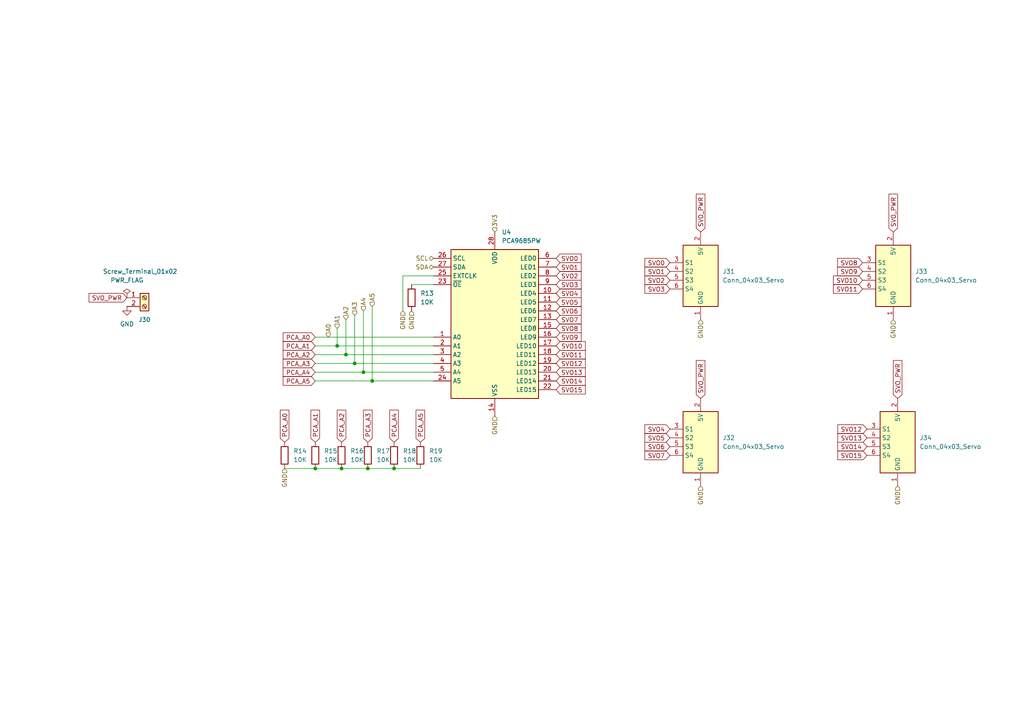
<source format=kicad_sch>
(kicad_sch (version 20231120) (generator "eeschema") (generator_version "8.0")
  (paper "A4")
  (lib_symbols
    (symbol "Connector:Screw_Terminal_01x02" (pin_names (offset 1.016) hide)
      (property "Reference" "J" (at 0 2.54 0))
      (property "Value" "Screw_Terminal_01x02" (at 0 -5.08 0))
      (symbol "Screw_Terminal_01x02_1_1"
        (rectangle (start -1.27 1.27) (end 1.27 -3.81) (stroke (width 0.254)) (fill (type background)))
        (circle (center 0 -2.54) (radius 0.635) (stroke (width 0.1524)))
        (polyline (pts (xy -0.5334 -2.2098) (xy 0.3302 -3.048)) (stroke (width 0.1524)))
        (polyline (pts (xy -0.5334 0.3302) (xy 0.3302 -0.508)) (stroke (width 0.1524)))
        (polyline (pts (xy -0.3556 -2.032) (xy 0.508 -2.8702)) (stroke (width 0.1524)))
        (polyline (pts (xy -0.3556 0.508) (xy 0.508 -0.3302)) (stroke (width 0.1524)))
        (circle (center 0 0) (radius 0.635) (stroke (width 0.1524)))
        (pin passive line (at -5.08 0 0) (length 3.81) (name "Pin_1") (number "1"))
        (pin passive line (at -5.08 -2.54 0) (length 3.81) (name "Pin_2") (number "2"))
      )
    )
    (symbol "Device:R" (pin_numbers hide) (pin_names (offset 0))
      (property "Reference" "R" (at 2.032 0 90))
      (property "Value" "R" (at 0 0 90))
      (symbol "R_0_1"
        (rectangle (start -1.016 -2.54) (end 1.016 2.54) (stroke (width 0.254)))
      )
      (symbol "R_1_1"
        (pin passive line (at 0 3.81 270) (length 1.27) (name "~") (number "1"))
        (pin passive line (at 0 -3.81 90) (length 1.27) (name "~") (number "2"))
      )
    )
    (symbol "Driver_LED:PCA9685PW"
      (property "Reference" "U" (at -12.7 22.225 0))
      (property "Value" "PCA9685PW" (at 1.27 22.225 0))
      (symbol "PCA9685PW_0_1"
        (rectangle (start -12.7 20.32) (end 12.7 -22.86) (stroke (width 0.254)) (fill (type background)))
      )
      (symbol "PCA9685PW_1_1"
        (pin input line (at -17.78 -5.08 0) (length 5.08) (name "A0") (number "1"))
        (pin output line (at 17.78 7.62 180) (length 5.08) (name "LED4") (number "10"))
        (pin output line (at 17.78 5.08 180) (length 5.08) (name "LED5") (number "11"))
        (pin output line (at 17.78 2.54 180) (length 5.08) (name "LED6") (number "12"))
        (pin output line (at 17.78 0 180) (length 5.08) (name "LED7") (number "13"))
        (pin power_in line (at 0 -27.94 90) (length 5.08) (name "VSS") (number "14"))
        (pin output line (at 17.78 -2.54 180) (length 5.08) (name "LED8") (number "15"))
        (pin output line (at 17.78 -5.08 180) (length 5.08) (name "LED9") (number "16"))
        (pin output line (at 17.78 -7.62 180) (length 5.08) (name "LED10") (number "17"))
        (pin output line (at 17.78 -10.16 180) (length 5.08) (name "LED11") (number "18"))
        (pin output line (at 17.78 -12.7 180) (length 5.08) (name "LED12") (number "19"))
        (pin input line (at -17.78 -7.62 0) (length 5.08) (name "A1") (number "2"))
        (pin output line (at 17.78 -15.24 180) (length 5.08) (name "LED13") (number "20"))
        (pin output line (at 17.78 -17.78 180) (length 5.08) (name "LED14") (number "21"))
        (pin output line (at 17.78 -20.32 180) (length 5.08) (name "LED15") (number "22"))
        (pin input line (at -17.78 10.16 0) (length 5.08) (name "~{OE}") (number "23"))
        (pin input line (at -17.78 -17.78 0) (length 5.08) (name "A5") (number "24"))
        (pin input line (at -17.78 12.7 0) (length 5.08) (name "EXTCLK") (number "25"))
        (pin input line (at -17.78 17.78 0) (length 5.08) (name "SCL") (number "26"))
        (pin bidirectional line (at -17.78 15.24 0) (length 5.08) (name "SDA") (number "27"))
        (pin power_in line (at 0 25.4 270) (length 5.08) (name "VDD") (number "28"))
        (pin input line (at -17.78 -10.16 0) (length 5.08) (name "A2") (number "3"))
        (pin input line (at -17.78 -12.7 0) (length 5.08) (name "A3") (number "4"))
        (pin input line (at -17.78 -15.24 0) (length 5.08) (name "A4") (number "5"))
        (pin output line (at 17.78 17.78 180) (length 5.08) (name "LED0") (number "6"))
        (pin output line (at 17.78 15.24 180) (length 5.08) (name "LED1") (number "7"))
        (pin output line (at 17.78 12.7 180) (length 5.08) (name "LED2") (number "8"))
        (pin output line (at 17.78 10.16 180) (length 5.08) (name "LED3") (number "9"))
      )
    )
    (symbol "MoreHeaders:Conn_04x03_Servo"
      (property "Reference" "J" (at 19.05 6.35 0))
      (property "Value" "Conn_04x03_Servo" (at 19.05 3.81 0))
      (symbol "Conn_04x03_Servo_1_1"
        (rectangle (start -1.27 13.97) (end 8.89 -3.81) (stroke (width 0.254)) (fill (type background)))
        (pin power_in line (at 3.81 -7.62 90) (length 3.81) (name "GND") (number "1"))
        (pin power_in line (at 3.81 17.78 270) (length 3.81) (name "5V") (number "2"))
        (pin passive line (at -5.08 8.89 0) (length 3.81) (name "S1") (number "3"))
        (pin passive line (at -5.08 6.35 0) (length 3.81) (name "S2") (number "4"))
        (pin passive line (at -5.08 3.81 0) (length 3.81) (name "S3") (number "5"))
        (pin passive line (at -5.08 1.27 0) (length 3.81) (name "S4") (number "6"))
      )
    )
    (symbol "power:GND" (power) (pin_names (offset 0))
      (property "Value" "GND" (at 0 -3.81 0))
      (symbol "GND_0_1"
        (polyline (pts (xy 0 0) (xy 0 -1.27) (xy 1.27 -1.27) (xy 0 -2.54) (xy -1.27 -1.27) (xy 0 -1.27)))
      )
      (symbol "GND_1_1"
        (pin power_in line (at 0 0 270) (length 0) hide (name "GND") (number "1"))
      )
    )
    (symbol "power:PWR_FLAG" (power) (pin_numbers hide) (pin_names (offset 0) hide)
      (property "Value" "PWR_FLAG" (at 0 3.81 0))
      (symbol "PWR_FLAG_0_0"
        (pin power_out line (at 0 0 90) (length 0) (name "pwr") (number "1"))
      )
      (symbol "PWR_FLAG_0_1"
        (polyline (pts (xy 0 0) (xy 0 1.27) (xy -1.016 1.905) (xy 0 2.54) (xy 1.016 1.905) (xy 0 1.27)))
      )
    )
  )
  (junction (at 105.41 107.95))
  (junction (at 100.33 102.87))
  (junction (at 114.3 135.89))
  (junction (at 97.79 100.33))
  (junction (at 91.44 135.89))
  (junction (at 102.87 105.41))
  (junction (at 107.95 110.49))
  (junction (at 106.68 135.89))
  (junction (at 99.06 135.89))
  (wire (pts (xy 114.3 135.89) (xy 121.92 135.89)))
  (wire (pts (xy 100.33 92.71) (xy 100.33 102.87)))
  (wire (pts (xy 99.06 135.89) (xy 106.68 135.89)))
  (wire (pts (xy 91.44 107.95) (xy 105.41 107.95)))
  (wire (pts (xy 91.44 105.41) (xy 102.87 105.41)))
  (wire (pts (xy 82.55 135.89) (xy 91.44 135.89)))
  (wire (pts (xy 91.44 97.79) (xy 125.73 97.79)))
  (wire (pts (xy 119.38 82.55) (xy 125.73 82.55)))
  (wire (pts (xy 116.84 80.01) (xy 125.73 80.01)))
  (wire (pts (xy 107.95 110.49) (xy 125.73 110.49)))
  (wire (pts (xy 91.44 110.49) (xy 107.95 110.49)))
  (wire (pts (xy 100.33 102.87) (xy 125.73 102.87)))
  (wire (pts (xy 105.41 90.17) (xy 105.41 107.95)))
  (wire (pts (xy 106.68 135.89) (xy 114.3 135.89)))
  (wire (pts (xy 107.95 88.9) (xy 107.95 110.49)))
  (wire (pts (xy 105.41 107.95) (xy 125.73 107.95)))
  (wire (pts (xy 91.44 135.89) (xy 99.06 135.89)))
  (wire (pts (xy 97.79 100.33) (xy 125.73 100.33)))
  (wire (pts (xy 102.87 105.41) (xy 125.73 105.41)))
  (wire (pts (xy 97.79 95.25) (xy 97.79 100.33)))
  (wire (pts (xy 91.44 102.87) (xy 100.33 102.87)))
  (wire (pts (xy 102.87 91.44) (xy 102.87 105.41)))
  (wire (pts (xy 116.84 90.17) (xy 116.84 80.01)))
  (wire (pts (xy 91.44 100.33) (xy 97.79 100.33)))
  (global_label "SVO12" (shape input) (at 161.29 105.41 0) (property "Intersheetrefs" "${INTERSHEET_REFS}" (effects (hide yes))))
  (global_label "SVO5" (shape input) (at 161.29 87.63 0) (property "Intersheetrefs" "${INTERSHEET_REFS}" (effects (hide yes))))
  (global_label "SVO3" (shape input) (at 194.31 83.82 180) (property "Intersheetrefs" "${INTERSHEET_REFS}" (effects (hide yes))))
  (global_label "PCA_A3" (shape input) (at 91.44 105.41 180) (property "Intersheetrefs" "${INTERSHEET_REFS}" (effects (hide yes))))
  (global_label "PCA_A0" (shape input) (at 91.44 97.79 180) (property "Intersheetrefs" "${INTERSHEET_REFS}" (effects (hide yes))))
  (global_label "PCA_A1" (shape input) (at 91.44 100.33 180) (property "Intersheetrefs" "${INTERSHEET_REFS}" (effects (hide yes))))
  (global_label "PCA_A1" (shape input) (at 91.44 128.27 90) (property "Intersheetrefs" "${INTERSHEET_REFS}" (effects (hide yes))))
  (global_label "SVO_PWR" (shape input) (at 260.35 115.57 90) (property "Intersheetrefs" "${INTERSHEET_REFS}" (effects (hide yes))))
  (global_label "SVO14" (shape input) (at 161.29 110.49 0) (property "Intersheetrefs" "${INTERSHEET_REFS}" (effects (hide yes))))
  (global_label "PCA_A5" (shape input) (at 121.92 128.27 90) (property "Intersheetrefs" "${INTERSHEET_REFS}" (effects (hide yes))))
  (global_label "SVO8" (shape input) (at 161.29 95.25 0) (property "Intersheetrefs" "${INTERSHEET_REFS}" (effects (hide yes))))
  (global_label "SVO3" (shape input) (at 161.29 82.55 0) (property "Intersheetrefs" "${INTERSHEET_REFS}" (effects (hide yes))))
  (global_label "PCA_A2" (shape input) (at 91.44 102.87 180) (property "Intersheetrefs" "${INTERSHEET_REFS}" (effects (hide yes))))
  (global_label "SVO_PWR" (shape input) (at 203.2 67.31 90) (property "Intersheetrefs" "${INTERSHEET_REFS}" (effects (hide yes))))
  (global_label "PCA_A4" (shape input) (at 114.3 128.27 90) (property "Intersheetrefs" "${INTERSHEET_REFS}" (effects (hide yes))))
  (global_label "SVO0" (shape input) (at 194.31 76.2 180) (property "Intersheetrefs" "${INTERSHEET_REFS}" (effects (hide yes))))
  (global_label "PCA_A0" (shape input) (at 82.55 128.27 90) (property "Intersheetrefs" "${INTERSHEET_REFS}" (effects (hide yes))))
  (global_label "SVO7" (shape input) (at 161.29 92.71 0) (property "Intersheetrefs" "${INTERSHEET_REFS}" (effects (hide yes))))
  (global_label "SVO5" (shape input) (at 194.31 127 180) (property "Intersheetrefs" "${INTERSHEET_REFS}" (effects (hide yes))))
  (global_label "SVO4" (shape input) (at 161.29 85.09 0) (property "Intersheetrefs" "${INTERSHEET_REFS}" (effects (hide yes))))
  (global_label "SVO13" (shape input) (at 161.29 107.95 0) (property "Intersheetrefs" "${INTERSHEET_REFS}" (effects (hide yes))))
  (global_label "SVO1" (shape input) (at 161.29 77.47 0) (property "Intersheetrefs" "${INTERSHEET_REFS}" (effects (hide yes))))
  (global_label "PCA_A4" (shape input) (at 91.44 107.95 180) (property "Intersheetrefs" "${INTERSHEET_REFS}" (effects (hide yes))))
  (global_label "SVO13" (shape input) (at 251.46 127 180) (property "Intersheetrefs" "${INTERSHEET_REFS}" (effects (hide yes))))
  (global_label "SVO11" (shape input) (at 161.29 102.87 0) (property "Intersheetrefs" "${INTERSHEET_REFS}" (effects (hide yes))))
  (global_label "SVO10" (shape input) (at 161.29 100.33 0) (property "Intersheetrefs" "${INTERSHEET_REFS}" (effects (hide yes))))
  (global_label "SVO2" (shape input) (at 161.29 80.01 0) (property "Intersheetrefs" "${INTERSHEET_REFS}" (effects (hide yes))))
  (global_label "SVO6" (shape input) (at 194.31 129.54 180) (property "Intersheetrefs" "${INTERSHEET_REFS}" (effects (hide yes))))
  (global_label "SVO10" (shape input) (at 250.19 81.28 180) (property "Intersheetrefs" "${INTERSHEET_REFS}" (effects (hide yes))))
  (global_label "SVO0" (shape input) (at 161.29 74.93 0) (property "Intersheetrefs" "${INTERSHEET_REFS}" (effects (hide yes))))
  (global_label "SVO9" (shape input) (at 250.19 78.74 180) (property "Intersheetrefs" "${INTERSHEET_REFS}" (effects (hide yes))))
  (global_label "SVO_PWR" (shape input) (at 203.2 115.57 90) (property "Intersheetrefs" "${INTERSHEET_REFS}" (effects (hide yes))))
  (global_label "SVO2" (shape input) (at 194.31 81.28 180) (property "Intersheetrefs" "${INTERSHEET_REFS}" (effects (hide yes))))
  (global_label "SVO7" (shape input) (at 194.31 132.08 180) (property "Intersheetrefs" "${INTERSHEET_REFS}" (effects (hide yes))))
  (global_label "SVO1" (shape input) (at 194.31 78.74 180) (property "Intersheetrefs" "${INTERSHEET_REFS}" (effects (hide yes))))
  (global_label "SVO6" (shape input) (at 161.29 90.17 0) (property "Intersheetrefs" "${INTERSHEET_REFS}" (effects (hide yes))))
  (global_label "PCA_A2" (shape input) (at 99.06 128.27 90) (property "Intersheetrefs" "${INTERSHEET_REFS}" (effects (hide yes))))
  (global_label "SVO9" (shape input) (at 161.29 97.79 0) (property "Intersheetrefs" "${INTERSHEET_REFS}" (effects (hide yes))))
  (global_label "SVO11" (shape input) (at 250.19 83.82 180) (property "Intersheetrefs" "${INTERSHEET_REFS}" (effects (hide yes))))
  (global_label "SVO4" (shape input) (at 194.31 124.46 180) (property "Intersheetrefs" "${INTERSHEET_REFS}" (effects (hide yes))))
  (global_label "SVO_PWR" (shape input) (at 36.83 86.36 180) (property "Intersheetrefs" "${INTERSHEET_REFS}" (effects (hide yes))))
  (global_label "SVO15" (shape input) (at 251.46 132.08 180) (property "Intersheetrefs" "${INTERSHEET_REFS}" (effects (hide yes))))
  (global_label "PCA_A3" (shape input) (at 106.68 128.27 90) (property "Intersheetrefs" "${INTERSHEET_REFS}" (effects (hide yes))))
  (global_label "SVO12" (shape input) (at 251.46 124.46 180) (property "Intersheetrefs" "${INTERSHEET_REFS}" (effects (hide yes))))
  (global_label "SVO8" (shape input) (at 250.19 76.2 180) (property "Intersheetrefs" "${INTERSHEET_REFS}" (effects (hide yes))))
  (global_label "PCA_A5" (shape input) (at 91.44 110.49 180) (property "Intersheetrefs" "${INTERSHEET_REFS}" (effects (hide yes))))
  (global_label "SVO_PWR" (shape input) (at 259.08 67.31 90) (property "Intersheetrefs" "${INTERSHEET_REFS}" (effects (hide yes))))
  (global_label "SVO14" (shape input) (at 251.46 129.54 180) (property "Intersheetrefs" "${INTERSHEET_REFS}" (effects (hide yes))))
  (global_label "SVO15" (shape input) (at 161.29 113.03 0) (property "Intersheetrefs" "${INTERSHEET_REFS}" (effects (hide yes))))
  (hierarchical_label "GND" (shape input) (at 259.08 92.71 270))
  (hierarchical_label "A1" (shape input) (at 97.79 95.25 90))
  (hierarchical_label "3V3" (shape input) (at 143.51 67.31 90))
  (hierarchical_label "A5" (shape input) (at 107.95 88.9 90))
  (hierarchical_label "A4" (shape input) (at 105.41 90.17 90))
  (hierarchical_label "SCL" (shape bidirectional) (at 125.73 74.93 180))
  (hierarchical_label "A0" (shape input) (at 95.25 97.79 90))
  (hierarchical_label "GND" (shape input) (at 260.35 140.97 270))
  (hierarchical_label "GND" (shape input) (at 203.2 140.97 270))
  (hierarchical_label "GND" (shape input) (at 116.84 90.17 270))
  (hierarchical_label "SDA" (shape bidirectional) (at 125.73 77.47 180))
  (hierarchical_label "A3" (shape input) (at 102.87 91.44 90))
  (hierarchical_label "A2" (shape input) (at 100.33 92.71 90))
  (hierarchical_label "GND" (shape input) (at 143.51 120.65 270))
  (hierarchical_label "GND" (shape input) (at 119.38 90.17 270))
  (hierarchical_label "GND" (shape input) (at 82.55 135.89 270))
  (hierarchical_label "GND" (shape input) (at 203.2 92.71 270))
  (symbol (lib_id "Device:R") (at 121.92 132.08 0) (unit 1)
    (property "Reference" "R19" (at 124.46 130.8099 0) (effects (justify left)))
    (property "Value" "10K" (at 124.46 133.3499 0) (effects (justify left)))
    (property "Footprint" "Resistor_SMD:R_1206_3216Metric" (effects (hide yes)))
  )
  (symbol (lib_id "Device:R") (at 106.68 132.08 0) (unit 1)
    (property "Reference" "R17" (at 109.22 130.8099 0) (effects (justify left)))
    (property "Value" "10K" (at 109.22 133.3499 0) (effects (justify left)))
    (property "Footprint" "Resistor_SMD:R_1206_3216Metric" (effects (hide yes)))
  )
  (symbol (lib_id "Driver_LED:PCA9685PW") (at 143.51 92.71 0) (unit 1)
    (property "Reference" "U4" (at 145.5294 67.31 0) (effects (justify left)))
    (property "Value" "PCA9685PW" (at 145.5294 69.85 0) (effects (justify left)))
    (property "Footprint" "Package_SO:TSSOP-28_4.4x9.7mm_P0.65mm" (effects (hide yes)))
    (property "Datasheet" "http://www.nxp.com/documents/data_sheet/PCA9685.pdf" (effects (hide yes)))
    (property "LCSC" "C92206" (effects (hide yes)))
  )
  (symbol (lib_id "MoreHeaders:Conn_04x03_Servo") (at 199.39 85.09 0) (unit 1)
    (property "Reference" "J31" (at 209.55 78.7399 0) (effects (justify left)))
    (property "Value" "Conn_04x03_Servo" (at 209.55 81.2799 0) (effects (justify left)))
    (property "Footprint" "MoreHeaders:ServoHeader_04_P2.54_Vertical" (effects (hide yes)))
  )
  (symbol (lib_id "Device:R") (at 99.06 132.08 0) (unit 1)
    (property "Reference" "R16" (at 101.6 130.8099 0) (effects (justify left)))
    (property "Value" "10K" (at 101.6 133.3499 0) (effects (justify left)))
    (property "Footprint" "Resistor_SMD:R_1206_3216Metric" (effects (hide yes)))
  )
  (symbol (lib_id "Device:R") (at 114.3 132.08 0) (unit 1)
    (property "Reference" "R18" (at 116.84 130.8099 0) (effects (justify left)))
    (property "Value" "10K" (at 116.84 133.3499 0) (effects (justify left)))
    (property "Footprint" "Resistor_SMD:R_1206_3216Metric" (effects (hide yes)))
  )
  (symbol (lib_id "power:PWR_FLAG") (at 36.83 86.36 0) (unit 1)
    (property "Reference" "#FLG0105" (effects (hide yes)))
    (property "Value" "PWR_FLAG" (at 36.83 81.28 0))
  )
  (symbol (lib_id "Device:R") (at 82.55 132.08 0) (unit 1)
    (property "Reference" "R14" (at 85.09 130.8099 0) (effects (justify left)))
    (property "Value" "10K" (at 85.09 133.3499 0) (effects (justify left)))
    (property "Footprint" "Resistor_SMD:R_1206_3216Metric" (effects (hide yes)))
  )
  (symbol (lib_id "Device:R") (at 91.44 132.08 0) (unit 1)
    (property "Reference" "R15" (at 93.98 130.8099 0) (effects (justify left)))
    (property "Value" "10K" (at 93.98 133.3499 0) (effects (justify left)))
    (property "Footprint" "Resistor_SMD:R_1206_3216Metric" (effects (hide yes)))
  )
  (symbol (lib_id "Device:R") (at 119.38 86.36 0) (unit 1)
    (property "Reference" "R13" (at 121.92 85.0899 0) (effects (justify left)))
    (property "Value" "10K" (at 121.92 87.6299 0) (effects (justify left)))
    (property "Footprint" "Resistor_SMD:R_1206_3216Metric" (effects (hide yes)))
  )
  (symbol (lib_id "Connector:Screw_Terminal_01x02") (at 41.91 86.36 0) (unit 1)
    (property "Reference" "J30" (at 41.91 92.71 0))
    (property "Value" "Screw_Terminal_01x02" (at 40.64 78.74 0))
    (property "Footprint" "Phoenix_MSTBA:MSTBA-2,5-2-G-5,08" (effects (hide yes)))
  )
  (symbol (lib_id "MoreHeaders:Conn_04x03_Servo") (at 255.27 85.09 0) (unit 1)
    (property "Reference" "J33" (at 265.43 78.7399 0) (effects (justify left)))
    (property "Value" "Conn_04x03_Servo" (at 265.43 81.2799 0) (effects (justify left)))
    (property "Footprint" "MoreHeaders:ServoHeader_04_P2.54_Vertical" (effects (hide yes)))
  )
  (symbol (lib_id "MoreHeaders:Conn_04x03_Servo") (at 256.54 133.35 0) (unit 1)
    (property "Reference" "J34" (at 266.7 126.9999 0) (effects (justify left)))
    (property "Value" "Conn_04x03_Servo" (at 266.7 129.5399 0) (effects (justify left)))
    (property "Footprint" "MoreHeaders:ServoHeader_04_P2.54_Vertical" (effects (hide yes)))
  )
  (symbol (lib_id "MoreHeaders:Conn_04x03_Servo") (at 199.39 133.35 0) (unit 1)
    (property "Reference" "J32" (at 209.55 126.9999 0) (effects (justify left)))
    (property "Value" "Conn_04x03_Servo" (at 209.55 129.5399 0) (effects (justify left)))
    (property "Footprint" "MoreHeaders:ServoHeader_04_P2.54_Vertical" (effects (hide yes)))
  )
  (symbol (lib_id "power:GND") (at 36.83 88.9 0) (unit 1)
    (property "Reference" "#PWR0136" (effects (hide yes)))
    (property "Value" "GND" (at 36.83 93.98 0))
  )
)
</source>
